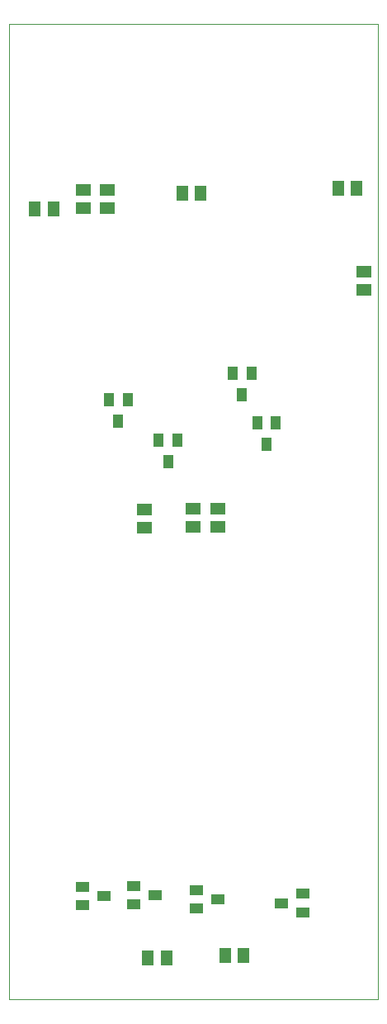
<source format=gbp>
G75*
G70*
%OFA0B0*%
%FSLAX24Y24*%
%IPPOS*%
%LPD*%
%AMOC8*
5,1,8,0,0,1.08239X$1,22.5*
%
%ADD10C,0.0000*%
%ADD11R,0.0512X0.0591*%
%ADD12R,0.0394X0.0551*%
%ADD13R,0.0551X0.0394*%
%ADD14R,0.0591X0.0512*%
D10*
X003621Y000711D02*
X003621Y040081D01*
X018503Y040081D01*
X018503Y000711D01*
X003621Y000711D01*
D11*
X009232Y002404D03*
X009980Y002404D03*
X012342Y002483D03*
X013090Y002483D03*
X005413Y032640D03*
X004665Y032640D03*
X010610Y033270D03*
X011358Y033270D03*
X016909Y033467D03*
X017657Y033467D03*
D12*
X013405Y025987D03*
X013031Y025120D03*
X012657Y025987D03*
X013641Y023979D03*
X014015Y023113D03*
X014389Y023979D03*
X010413Y023309D03*
X010039Y022443D03*
X009665Y023309D03*
X008405Y024924D03*
X008031Y024057D03*
X007657Y024924D03*
D13*
X008661Y005298D03*
X008661Y004550D03*
X009527Y004924D03*
X011180Y005140D03*
X011180Y004392D03*
X012047Y004766D03*
X014606Y004609D03*
X015472Y004983D03*
X015472Y004235D03*
X007440Y004884D03*
X006574Y004510D03*
X006574Y005258D03*
D14*
X009094Y019746D03*
X009094Y020494D03*
X011062Y020534D03*
X011062Y019786D03*
X012047Y019786D03*
X012047Y020534D03*
X017952Y029353D03*
X017952Y030101D03*
X007598Y032660D03*
X007598Y033408D03*
X006614Y033408D03*
X006614Y032660D03*
M02*

</source>
